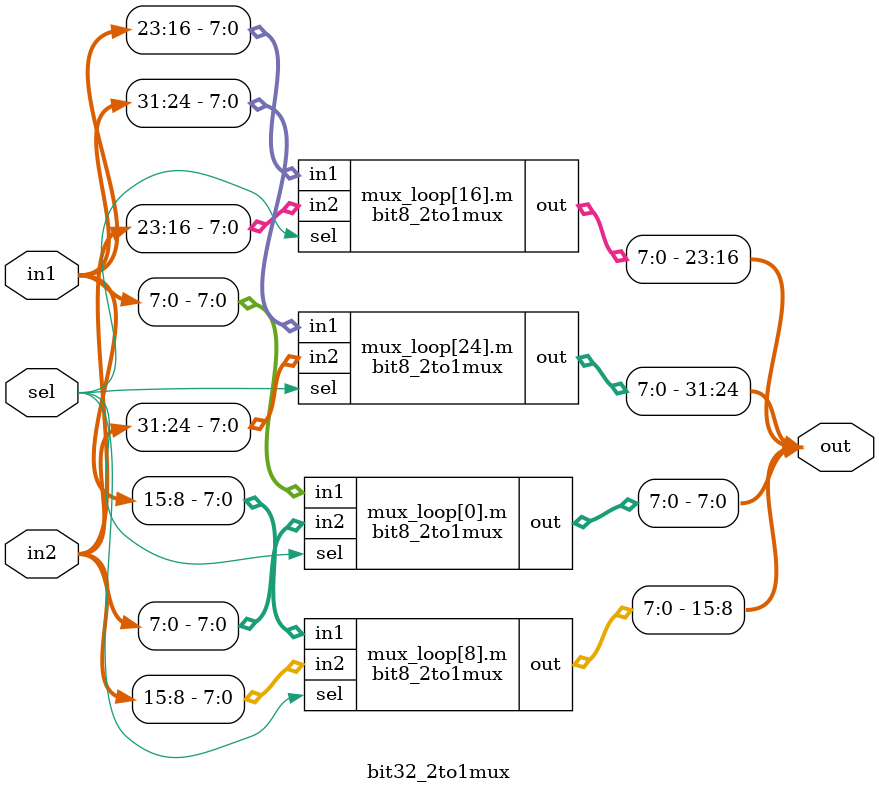
<source format=v>
module mux2to1(out,sel,in1,in2);
 input in1,in2,sel;
 output out;
 wire not_sel,a1,a2;
 not (not_sel,sel);
 and (a1,sel,in2);
 and (a2,not_sel,in1);
 or(out,a1,a2);
endmodule

module bit8_2to1mux(out,sel,in1,in2);
 input [7:0] in1,in2;
 output [7:0] out;
 input sel;
 genvar j;
 generate for (j=0; j<8;j=j+1) begin: mux_loop
 mux2to1 m1(out[j],sel,in1[j],in2[j]);
end
endgenerate
endmodule

module bit32_2to1mux(out,sel,in1,in2);
  input [31:0] in1,in2;
  output [31:0] out;
  input sel;
  genvar i;
  generate
    for (i=0;i<32;i=i+8) begin: mux_loop
      bit8_2to1mux m(out[i+7:i],sel,in1[i+7:i],in2[i+7:i]);
    end
  endgenerate
endmodule

</source>
